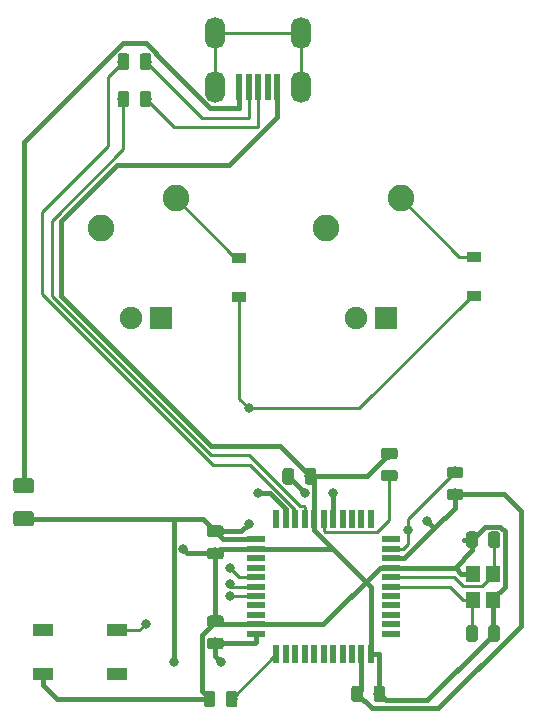
<source format=gbr>
G04 #@! TF.GenerationSoftware,KiCad,Pcbnew,(5.1.4)-1*
G04 #@! TF.CreationDate,2023-01-16T00:03:53+01:00*
G04 #@! TF.ProjectId,2ButtonKeyboardPCB,32427574-746f-46e4-9b65-79626f617264,rev?*
G04 #@! TF.SameCoordinates,Original*
G04 #@! TF.FileFunction,Copper,L2,Bot*
G04 #@! TF.FilePolarity,Positive*
%FSLAX46Y46*%
G04 Gerber Fmt 4.6, Leading zero omitted, Abs format (unit mm)*
G04 Created by KiCad (PCBNEW (5.1.4)-1) date 2023-01-16 00:03:53*
%MOMM*%
%LPD*%
G04 APERTURE LIST*
%ADD10R,1.200000X0.900000*%
%ADD11R,1.905000X1.905000*%
%ADD12C,1.905000*%
%ADD13C,2.250000*%
%ADD14R,1.200000X1.400000*%
%ADD15O,1.700000X2.700000*%
%ADD16R,0.500000X2.250000*%
%ADD17R,1.500000X0.550000*%
%ADD18R,0.550000X1.500000*%
%ADD19R,1.800000X1.100000*%
%ADD20C,0.100000*%
%ADD21C,0.975000*%
%ADD22C,1.250000*%
%ADD23C,0.800000*%
%ADD24C,0.381000*%
%ADD25C,0.254000*%
G04 APERTURE END LIST*
D10*
X169068750Y-68993750D03*
X169068750Y-72293750D03*
X188912500Y-68931250D03*
X188912500Y-72231250D03*
D11*
X181451250Y-74136250D03*
D12*
X178911250Y-74136250D03*
D13*
X176371250Y-66516250D03*
X182721250Y-63976250D03*
D11*
X162401250Y-74136250D03*
D12*
X159861250Y-74136250D03*
D13*
X157321250Y-66516250D03*
X163671250Y-63976250D03*
D14*
X190556250Y-97937500D03*
X190556250Y-95737500D03*
X188856250Y-95737500D03*
X188856250Y-97937500D03*
D15*
X167006250Y-50006250D03*
X174306250Y-50006250D03*
X174306250Y-54506250D03*
X167006250Y-54506250D03*
D16*
X169056250Y-54506250D03*
X169856250Y-54506250D03*
X170656250Y-54506250D03*
X171456250Y-54506250D03*
X172256250Y-54506250D03*
D17*
X170512500Y-92837500D03*
X170512500Y-93637500D03*
X170512500Y-94437500D03*
X170512500Y-95237500D03*
X170512500Y-96037500D03*
X170512500Y-96837500D03*
X170512500Y-97637500D03*
X170512500Y-98437500D03*
X170512500Y-99237500D03*
X170512500Y-100037500D03*
X170512500Y-100837500D03*
D18*
X172212500Y-102537500D03*
X173012500Y-102537500D03*
X173812500Y-102537500D03*
X174612500Y-102537500D03*
X175412500Y-102537500D03*
X176212500Y-102537500D03*
X177012500Y-102537500D03*
X177812500Y-102537500D03*
X178612500Y-102537500D03*
X179412500Y-102537500D03*
X180212500Y-102537500D03*
D17*
X181912500Y-100837500D03*
X181912500Y-100037500D03*
X181912500Y-99237500D03*
X181912500Y-98437500D03*
X181912500Y-97637500D03*
X181912500Y-96837500D03*
X181912500Y-96037500D03*
X181912500Y-95237500D03*
X181912500Y-94437500D03*
X181912500Y-93637500D03*
X181912500Y-92837500D03*
D18*
X180212500Y-91137500D03*
X179412500Y-91137500D03*
X178612500Y-91137500D03*
X177812500Y-91137500D03*
X177012500Y-91137500D03*
X176212500Y-91137500D03*
X175412500Y-91137500D03*
X174612500Y-91137500D03*
X173812500Y-91137500D03*
X173012500Y-91137500D03*
X172212500Y-91137500D03*
D19*
X158675000Y-104243750D03*
X152475000Y-100543750D03*
X158675000Y-100543750D03*
X152475000Y-104243750D03*
D20*
G36*
X168686392Y-105663674D02*
G01*
X168710053Y-105667184D01*
X168733257Y-105672996D01*
X168755779Y-105681054D01*
X168777403Y-105691282D01*
X168797920Y-105703579D01*
X168817133Y-105717829D01*
X168834857Y-105733893D01*
X168850921Y-105751617D01*
X168865171Y-105770830D01*
X168877468Y-105791347D01*
X168887696Y-105812971D01*
X168895754Y-105835493D01*
X168901566Y-105858697D01*
X168905076Y-105882358D01*
X168906250Y-105906250D01*
X168906250Y-106818750D01*
X168905076Y-106842642D01*
X168901566Y-106866303D01*
X168895754Y-106889507D01*
X168887696Y-106912029D01*
X168877468Y-106933653D01*
X168865171Y-106954170D01*
X168850921Y-106973383D01*
X168834857Y-106991107D01*
X168817133Y-107007171D01*
X168797920Y-107021421D01*
X168777403Y-107033718D01*
X168755779Y-107043946D01*
X168733257Y-107052004D01*
X168710053Y-107057816D01*
X168686392Y-107061326D01*
X168662500Y-107062500D01*
X168175000Y-107062500D01*
X168151108Y-107061326D01*
X168127447Y-107057816D01*
X168104243Y-107052004D01*
X168081721Y-107043946D01*
X168060097Y-107033718D01*
X168039580Y-107021421D01*
X168020367Y-107007171D01*
X168002643Y-106991107D01*
X167986579Y-106973383D01*
X167972329Y-106954170D01*
X167960032Y-106933653D01*
X167949804Y-106912029D01*
X167941746Y-106889507D01*
X167935934Y-106866303D01*
X167932424Y-106842642D01*
X167931250Y-106818750D01*
X167931250Y-105906250D01*
X167932424Y-105882358D01*
X167935934Y-105858697D01*
X167941746Y-105835493D01*
X167949804Y-105812971D01*
X167960032Y-105791347D01*
X167972329Y-105770830D01*
X167986579Y-105751617D01*
X168002643Y-105733893D01*
X168020367Y-105717829D01*
X168039580Y-105703579D01*
X168060097Y-105691282D01*
X168081721Y-105681054D01*
X168104243Y-105672996D01*
X168127447Y-105667184D01*
X168151108Y-105663674D01*
X168175000Y-105662500D01*
X168662500Y-105662500D01*
X168686392Y-105663674D01*
X168686392Y-105663674D01*
G37*
D21*
X168418750Y-106362500D03*
D20*
G36*
X166811392Y-105663674D02*
G01*
X166835053Y-105667184D01*
X166858257Y-105672996D01*
X166880779Y-105681054D01*
X166902403Y-105691282D01*
X166922920Y-105703579D01*
X166942133Y-105717829D01*
X166959857Y-105733893D01*
X166975921Y-105751617D01*
X166990171Y-105770830D01*
X167002468Y-105791347D01*
X167012696Y-105812971D01*
X167020754Y-105835493D01*
X167026566Y-105858697D01*
X167030076Y-105882358D01*
X167031250Y-105906250D01*
X167031250Y-106818750D01*
X167030076Y-106842642D01*
X167026566Y-106866303D01*
X167020754Y-106889507D01*
X167012696Y-106912029D01*
X167002468Y-106933653D01*
X166990171Y-106954170D01*
X166975921Y-106973383D01*
X166959857Y-106991107D01*
X166942133Y-107007171D01*
X166922920Y-107021421D01*
X166902403Y-107033718D01*
X166880779Y-107043946D01*
X166858257Y-107052004D01*
X166835053Y-107057816D01*
X166811392Y-107061326D01*
X166787500Y-107062500D01*
X166300000Y-107062500D01*
X166276108Y-107061326D01*
X166252447Y-107057816D01*
X166229243Y-107052004D01*
X166206721Y-107043946D01*
X166185097Y-107033718D01*
X166164580Y-107021421D01*
X166145367Y-107007171D01*
X166127643Y-106991107D01*
X166111579Y-106973383D01*
X166097329Y-106954170D01*
X166085032Y-106933653D01*
X166074804Y-106912029D01*
X166066746Y-106889507D01*
X166060934Y-106866303D01*
X166057424Y-106842642D01*
X166056250Y-106818750D01*
X166056250Y-105906250D01*
X166057424Y-105882358D01*
X166060934Y-105858697D01*
X166066746Y-105835493D01*
X166074804Y-105812971D01*
X166085032Y-105791347D01*
X166097329Y-105770830D01*
X166111579Y-105751617D01*
X166127643Y-105733893D01*
X166145367Y-105717829D01*
X166164580Y-105703579D01*
X166185097Y-105691282D01*
X166206721Y-105681054D01*
X166229243Y-105672996D01*
X166252447Y-105667184D01*
X166276108Y-105663674D01*
X166300000Y-105662500D01*
X166787500Y-105662500D01*
X166811392Y-105663674D01*
X166811392Y-105663674D01*
G37*
D21*
X166543750Y-106362500D03*
D20*
G36*
X187805142Y-86682424D02*
G01*
X187828803Y-86685934D01*
X187852007Y-86691746D01*
X187874529Y-86699804D01*
X187896153Y-86710032D01*
X187916670Y-86722329D01*
X187935883Y-86736579D01*
X187953607Y-86752643D01*
X187969671Y-86770367D01*
X187983921Y-86789580D01*
X187996218Y-86810097D01*
X188006446Y-86831721D01*
X188014504Y-86854243D01*
X188020316Y-86877447D01*
X188023826Y-86901108D01*
X188025000Y-86925000D01*
X188025000Y-87412500D01*
X188023826Y-87436392D01*
X188020316Y-87460053D01*
X188014504Y-87483257D01*
X188006446Y-87505779D01*
X187996218Y-87527403D01*
X187983921Y-87547920D01*
X187969671Y-87567133D01*
X187953607Y-87584857D01*
X187935883Y-87600921D01*
X187916670Y-87615171D01*
X187896153Y-87627468D01*
X187874529Y-87637696D01*
X187852007Y-87645754D01*
X187828803Y-87651566D01*
X187805142Y-87655076D01*
X187781250Y-87656250D01*
X186868750Y-87656250D01*
X186844858Y-87655076D01*
X186821197Y-87651566D01*
X186797993Y-87645754D01*
X186775471Y-87637696D01*
X186753847Y-87627468D01*
X186733330Y-87615171D01*
X186714117Y-87600921D01*
X186696393Y-87584857D01*
X186680329Y-87567133D01*
X186666079Y-87547920D01*
X186653782Y-87527403D01*
X186643554Y-87505779D01*
X186635496Y-87483257D01*
X186629684Y-87460053D01*
X186626174Y-87436392D01*
X186625000Y-87412500D01*
X186625000Y-86925000D01*
X186626174Y-86901108D01*
X186629684Y-86877447D01*
X186635496Y-86854243D01*
X186643554Y-86831721D01*
X186653782Y-86810097D01*
X186666079Y-86789580D01*
X186680329Y-86770367D01*
X186696393Y-86752643D01*
X186714117Y-86736579D01*
X186733330Y-86722329D01*
X186753847Y-86710032D01*
X186775471Y-86699804D01*
X186797993Y-86691746D01*
X186821197Y-86685934D01*
X186844858Y-86682424D01*
X186868750Y-86681250D01*
X187781250Y-86681250D01*
X187805142Y-86682424D01*
X187805142Y-86682424D01*
G37*
D21*
X187325000Y-87168750D03*
D20*
G36*
X187805142Y-88557424D02*
G01*
X187828803Y-88560934D01*
X187852007Y-88566746D01*
X187874529Y-88574804D01*
X187896153Y-88585032D01*
X187916670Y-88597329D01*
X187935883Y-88611579D01*
X187953607Y-88627643D01*
X187969671Y-88645367D01*
X187983921Y-88664580D01*
X187996218Y-88685097D01*
X188006446Y-88706721D01*
X188014504Y-88729243D01*
X188020316Y-88752447D01*
X188023826Y-88776108D01*
X188025000Y-88800000D01*
X188025000Y-89287500D01*
X188023826Y-89311392D01*
X188020316Y-89335053D01*
X188014504Y-89358257D01*
X188006446Y-89380779D01*
X187996218Y-89402403D01*
X187983921Y-89422920D01*
X187969671Y-89442133D01*
X187953607Y-89459857D01*
X187935883Y-89475921D01*
X187916670Y-89490171D01*
X187896153Y-89502468D01*
X187874529Y-89512696D01*
X187852007Y-89520754D01*
X187828803Y-89526566D01*
X187805142Y-89530076D01*
X187781250Y-89531250D01*
X186868750Y-89531250D01*
X186844858Y-89530076D01*
X186821197Y-89526566D01*
X186797993Y-89520754D01*
X186775471Y-89512696D01*
X186753847Y-89502468D01*
X186733330Y-89490171D01*
X186714117Y-89475921D01*
X186696393Y-89459857D01*
X186680329Y-89442133D01*
X186666079Y-89422920D01*
X186653782Y-89402403D01*
X186643554Y-89380779D01*
X186635496Y-89358257D01*
X186629684Y-89335053D01*
X186626174Y-89311392D01*
X186625000Y-89287500D01*
X186625000Y-88800000D01*
X186626174Y-88776108D01*
X186629684Y-88752447D01*
X186635496Y-88729243D01*
X186643554Y-88706721D01*
X186653782Y-88685097D01*
X186666079Y-88664580D01*
X186680329Y-88645367D01*
X186696393Y-88627643D01*
X186714117Y-88611579D01*
X186733330Y-88597329D01*
X186753847Y-88585032D01*
X186775471Y-88574804D01*
X186797993Y-88566746D01*
X186821197Y-88560934D01*
X186844858Y-88557424D01*
X186868750Y-88556250D01*
X187781250Y-88556250D01*
X187805142Y-88557424D01*
X187805142Y-88557424D01*
G37*
D21*
X187325000Y-89043750D03*
D20*
G36*
X161398892Y-54863674D02*
G01*
X161422553Y-54867184D01*
X161445757Y-54872996D01*
X161468279Y-54881054D01*
X161489903Y-54891282D01*
X161510420Y-54903579D01*
X161529633Y-54917829D01*
X161547357Y-54933893D01*
X161563421Y-54951617D01*
X161577671Y-54970830D01*
X161589968Y-54991347D01*
X161600196Y-55012971D01*
X161608254Y-55035493D01*
X161614066Y-55058697D01*
X161617576Y-55082358D01*
X161618750Y-55106250D01*
X161618750Y-56018750D01*
X161617576Y-56042642D01*
X161614066Y-56066303D01*
X161608254Y-56089507D01*
X161600196Y-56112029D01*
X161589968Y-56133653D01*
X161577671Y-56154170D01*
X161563421Y-56173383D01*
X161547357Y-56191107D01*
X161529633Y-56207171D01*
X161510420Y-56221421D01*
X161489903Y-56233718D01*
X161468279Y-56243946D01*
X161445757Y-56252004D01*
X161422553Y-56257816D01*
X161398892Y-56261326D01*
X161375000Y-56262500D01*
X160887500Y-56262500D01*
X160863608Y-56261326D01*
X160839947Y-56257816D01*
X160816743Y-56252004D01*
X160794221Y-56243946D01*
X160772597Y-56233718D01*
X160752080Y-56221421D01*
X160732867Y-56207171D01*
X160715143Y-56191107D01*
X160699079Y-56173383D01*
X160684829Y-56154170D01*
X160672532Y-56133653D01*
X160662304Y-56112029D01*
X160654246Y-56089507D01*
X160648434Y-56066303D01*
X160644924Y-56042642D01*
X160643750Y-56018750D01*
X160643750Y-55106250D01*
X160644924Y-55082358D01*
X160648434Y-55058697D01*
X160654246Y-55035493D01*
X160662304Y-55012971D01*
X160672532Y-54991347D01*
X160684829Y-54970830D01*
X160699079Y-54951617D01*
X160715143Y-54933893D01*
X160732867Y-54917829D01*
X160752080Y-54903579D01*
X160772597Y-54891282D01*
X160794221Y-54881054D01*
X160816743Y-54872996D01*
X160839947Y-54867184D01*
X160863608Y-54863674D01*
X160887500Y-54862500D01*
X161375000Y-54862500D01*
X161398892Y-54863674D01*
X161398892Y-54863674D01*
G37*
D21*
X161131250Y-55562500D03*
D20*
G36*
X159523892Y-54863674D02*
G01*
X159547553Y-54867184D01*
X159570757Y-54872996D01*
X159593279Y-54881054D01*
X159614903Y-54891282D01*
X159635420Y-54903579D01*
X159654633Y-54917829D01*
X159672357Y-54933893D01*
X159688421Y-54951617D01*
X159702671Y-54970830D01*
X159714968Y-54991347D01*
X159725196Y-55012971D01*
X159733254Y-55035493D01*
X159739066Y-55058697D01*
X159742576Y-55082358D01*
X159743750Y-55106250D01*
X159743750Y-56018750D01*
X159742576Y-56042642D01*
X159739066Y-56066303D01*
X159733254Y-56089507D01*
X159725196Y-56112029D01*
X159714968Y-56133653D01*
X159702671Y-56154170D01*
X159688421Y-56173383D01*
X159672357Y-56191107D01*
X159654633Y-56207171D01*
X159635420Y-56221421D01*
X159614903Y-56233718D01*
X159593279Y-56243946D01*
X159570757Y-56252004D01*
X159547553Y-56257816D01*
X159523892Y-56261326D01*
X159500000Y-56262500D01*
X159012500Y-56262500D01*
X158988608Y-56261326D01*
X158964947Y-56257816D01*
X158941743Y-56252004D01*
X158919221Y-56243946D01*
X158897597Y-56233718D01*
X158877080Y-56221421D01*
X158857867Y-56207171D01*
X158840143Y-56191107D01*
X158824079Y-56173383D01*
X158809829Y-56154170D01*
X158797532Y-56133653D01*
X158787304Y-56112029D01*
X158779246Y-56089507D01*
X158773434Y-56066303D01*
X158769924Y-56042642D01*
X158768750Y-56018750D01*
X158768750Y-55106250D01*
X158769924Y-55082358D01*
X158773434Y-55058697D01*
X158779246Y-55035493D01*
X158787304Y-55012971D01*
X158797532Y-54991347D01*
X158809829Y-54970830D01*
X158824079Y-54951617D01*
X158840143Y-54933893D01*
X158857867Y-54917829D01*
X158877080Y-54903579D01*
X158897597Y-54891282D01*
X158919221Y-54881054D01*
X158941743Y-54872996D01*
X158964947Y-54867184D01*
X158988608Y-54863674D01*
X159012500Y-54862500D01*
X159500000Y-54862500D01*
X159523892Y-54863674D01*
X159523892Y-54863674D01*
G37*
D21*
X159256250Y-55562500D03*
D20*
G36*
X161398892Y-51688674D02*
G01*
X161422553Y-51692184D01*
X161445757Y-51697996D01*
X161468279Y-51706054D01*
X161489903Y-51716282D01*
X161510420Y-51728579D01*
X161529633Y-51742829D01*
X161547357Y-51758893D01*
X161563421Y-51776617D01*
X161577671Y-51795830D01*
X161589968Y-51816347D01*
X161600196Y-51837971D01*
X161608254Y-51860493D01*
X161614066Y-51883697D01*
X161617576Y-51907358D01*
X161618750Y-51931250D01*
X161618750Y-52843750D01*
X161617576Y-52867642D01*
X161614066Y-52891303D01*
X161608254Y-52914507D01*
X161600196Y-52937029D01*
X161589968Y-52958653D01*
X161577671Y-52979170D01*
X161563421Y-52998383D01*
X161547357Y-53016107D01*
X161529633Y-53032171D01*
X161510420Y-53046421D01*
X161489903Y-53058718D01*
X161468279Y-53068946D01*
X161445757Y-53077004D01*
X161422553Y-53082816D01*
X161398892Y-53086326D01*
X161375000Y-53087500D01*
X160887500Y-53087500D01*
X160863608Y-53086326D01*
X160839947Y-53082816D01*
X160816743Y-53077004D01*
X160794221Y-53068946D01*
X160772597Y-53058718D01*
X160752080Y-53046421D01*
X160732867Y-53032171D01*
X160715143Y-53016107D01*
X160699079Y-52998383D01*
X160684829Y-52979170D01*
X160672532Y-52958653D01*
X160662304Y-52937029D01*
X160654246Y-52914507D01*
X160648434Y-52891303D01*
X160644924Y-52867642D01*
X160643750Y-52843750D01*
X160643750Y-51931250D01*
X160644924Y-51907358D01*
X160648434Y-51883697D01*
X160654246Y-51860493D01*
X160662304Y-51837971D01*
X160672532Y-51816347D01*
X160684829Y-51795830D01*
X160699079Y-51776617D01*
X160715143Y-51758893D01*
X160732867Y-51742829D01*
X160752080Y-51728579D01*
X160772597Y-51716282D01*
X160794221Y-51706054D01*
X160816743Y-51697996D01*
X160839947Y-51692184D01*
X160863608Y-51688674D01*
X160887500Y-51687500D01*
X161375000Y-51687500D01*
X161398892Y-51688674D01*
X161398892Y-51688674D01*
G37*
D21*
X161131250Y-52387500D03*
D20*
G36*
X159523892Y-51688674D02*
G01*
X159547553Y-51692184D01*
X159570757Y-51697996D01*
X159593279Y-51706054D01*
X159614903Y-51716282D01*
X159635420Y-51728579D01*
X159654633Y-51742829D01*
X159672357Y-51758893D01*
X159688421Y-51776617D01*
X159702671Y-51795830D01*
X159714968Y-51816347D01*
X159725196Y-51837971D01*
X159733254Y-51860493D01*
X159739066Y-51883697D01*
X159742576Y-51907358D01*
X159743750Y-51931250D01*
X159743750Y-52843750D01*
X159742576Y-52867642D01*
X159739066Y-52891303D01*
X159733254Y-52914507D01*
X159725196Y-52937029D01*
X159714968Y-52958653D01*
X159702671Y-52979170D01*
X159688421Y-52998383D01*
X159672357Y-53016107D01*
X159654633Y-53032171D01*
X159635420Y-53046421D01*
X159614903Y-53058718D01*
X159593279Y-53068946D01*
X159570757Y-53077004D01*
X159547553Y-53082816D01*
X159523892Y-53086326D01*
X159500000Y-53087500D01*
X159012500Y-53087500D01*
X158988608Y-53086326D01*
X158964947Y-53082816D01*
X158941743Y-53077004D01*
X158919221Y-53068946D01*
X158897597Y-53058718D01*
X158877080Y-53046421D01*
X158857867Y-53032171D01*
X158840143Y-53016107D01*
X158824079Y-52998383D01*
X158809829Y-52979170D01*
X158797532Y-52958653D01*
X158787304Y-52937029D01*
X158779246Y-52914507D01*
X158773434Y-52891303D01*
X158769924Y-52867642D01*
X158768750Y-52843750D01*
X158768750Y-51931250D01*
X158769924Y-51907358D01*
X158773434Y-51883697D01*
X158779246Y-51860493D01*
X158787304Y-51837971D01*
X158797532Y-51816347D01*
X158809829Y-51795830D01*
X158824079Y-51776617D01*
X158840143Y-51758893D01*
X158857867Y-51742829D01*
X158877080Y-51728579D01*
X158897597Y-51716282D01*
X158919221Y-51706054D01*
X158941743Y-51697996D01*
X158964947Y-51692184D01*
X158988608Y-51688674D01*
X159012500Y-51687500D01*
X159500000Y-51687500D01*
X159523892Y-51688674D01*
X159523892Y-51688674D01*
G37*
D21*
X159256250Y-52387500D03*
D20*
G36*
X151462004Y-87669954D02*
G01*
X151486273Y-87673554D01*
X151510071Y-87679515D01*
X151533171Y-87687780D01*
X151555349Y-87698270D01*
X151576393Y-87710883D01*
X151596098Y-87725497D01*
X151614277Y-87741973D01*
X151630753Y-87760152D01*
X151645367Y-87779857D01*
X151657980Y-87800901D01*
X151668470Y-87823079D01*
X151676735Y-87846179D01*
X151682696Y-87869977D01*
X151686296Y-87894246D01*
X151687500Y-87918750D01*
X151687500Y-88668750D01*
X151686296Y-88693254D01*
X151682696Y-88717523D01*
X151676735Y-88741321D01*
X151668470Y-88764421D01*
X151657980Y-88786599D01*
X151645367Y-88807643D01*
X151630753Y-88827348D01*
X151614277Y-88845527D01*
X151596098Y-88862003D01*
X151576393Y-88876617D01*
X151555349Y-88889230D01*
X151533171Y-88899720D01*
X151510071Y-88907985D01*
X151486273Y-88913946D01*
X151462004Y-88917546D01*
X151437500Y-88918750D01*
X150187500Y-88918750D01*
X150162996Y-88917546D01*
X150138727Y-88913946D01*
X150114929Y-88907985D01*
X150091829Y-88899720D01*
X150069651Y-88889230D01*
X150048607Y-88876617D01*
X150028902Y-88862003D01*
X150010723Y-88845527D01*
X149994247Y-88827348D01*
X149979633Y-88807643D01*
X149967020Y-88786599D01*
X149956530Y-88764421D01*
X149948265Y-88741321D01*
X149942304Y-88717523D01*
X149938704Y-88693254D01*
X149937500Y-88668750D01*
X149937500Y-87918750D01*
X149938704Y-87894246D01*
X149942304Y-87869977D01*
X149948265Y-87846179D01*
X149956530Y-87823079D01*
X149967020Y-87800901D01*
X149979633Y-87779857D01*
X149994247Y-87760152D01*
X150010723Y-87741973D01*
X150028902Y-87725497D01*
X150048607Y-87710883D01*
X150069651Y-87698270D01*
X150091829Y-87687780D01*
X150114929Y-87679515D01*
X150138727Y-87673554D01*
X150162996Y-87669954D01*
X150187500Y-87668750D01*
X151437500Y-87668750D01*
X151462004Y-87669954D01*
X151462004Y-87669954D01*
G37*
D22*
X150812500Y-88293750D03*
D20*
G36*
X151462004Y-90469954D02*
G01*
X151486273Y-90473554D01*
X151510071Y-90479515D01*
X151533171Y-90487780D01*
X151555349Y-90498270D01*
X151576393Y-90510883D01*
X151596098Y-90525497D01*
X151614277Y-90541973D01*
X151630753Y-90560152D01*
X151645367Y-90579857D01*
X151657980Y-90600901D01*
X151668470Y-90623079D01*
X151676735Y-90646179D01*
X151682696Y-90669977D01*
X151686296Y-90694246D01*
X151687500Y-90718750D01*
X151687500Y-91468750D01*
X151686296Y-91493254D01*
X151682696Y-91517523D01*
X151676735Y-91541321D01*
X151668470Y-91564421D01*
X151657980Y-91586599D01*
X151645367Y-91607643D01*
X151630753Y-91627348D01*
X151614277Y-91645527D01*
X151596098Y-91662003D01*
X151576393Y-91676617D01*
X151555349Y-91689230D01*
X151533171Y-91699720D01*
X151510071Y-91707985D01*
X151486273Y-91713946D01*
X151462004Y-91717546D01*
X151437500Y-91718750D01*
X150187500Y-91718750D01*
X150162996Y-91717546D01*
X150138727Y-91713946D01*
X150114929Y-91707985D01*
X150091829Y-91699720D01*
X150069651Y-91689230D01*
X150048607Y-91676617D01*
X150028902Y-91662003D01*
X150010723Y-91645527D01*
X149994247Y-91627348D01*
X149979633Y-91607643D01*
X149967020Y-91586599D01*
X149956530Y-91564421D01*
X149948265Y-91541321D01*
X149942304Y-91517523D01*
X149938704Y-91493254D01*
X149937500Y-91468750D01*
X149937500Y-90718750D01*
X149938704Y-90694246D01*
X149942304Y-90669977D01*
X149948265Y-90646179D01*
X149956530Y-90623079D01*
X149967020Y-90600901D01*
X149979633Y-90579857D01*
X149994247Y-90560152D01*
X150010723Y-90541973D01*
X150028902Y-90525497D01*
X150048607Y-90510883D01*
X150069651Y-90498270D01*
X150091829Y-90487780D01*
X150114929Y-90479515D01*
X150138727Y-90473554D01*
X150162996Y-90469954D01*
X150187500Y-90468750D01*
X151437500Y-90468750D01*
X151462004Y-90469954D01*
X151462004Y-90469954D01*
G37*
D22*
X150812500Y-91093750D03*
D20*
G36*
X182248892Y-85094924D02*
G01*
X182272553Y-85098434D01*
X182295757Y-85104246D01*
X182318279Y-85112304D01*
X182339903Y-85122532D01*
X182360420Y-85134829D01*
X182379633Y-85149079D01*
X182397357Y-85165143D01*
X182413421Y-85182867D01*
X182427671Y-85202080D01*
X182439968Y-85222597D01*
X182450196Y-85244221D01*
X182458254Y-85266743D01*
X182464066Y-85289947D01*
X182467576Y-85313608D01*
X182468750Y-85337500D01*
X182468750Y-85825000D01*
X182467576Y-85848892D01*
X182464066Y-85872553D01*
X182458254Y-85895757D01*
X182450196Y-85918279D01*
X182439968Y-85939903D01*
X182427671Y-85960420D01*
X182413421Y-85979633D01*
X182397357Y-85997357D01*
X182379633Y-86013421D01*
X182360420Y-86027671D01*
X182339903Y-86039968D01*
X182318279Y-86050196D01*
X182295757Y-86058254D01*
X182272553Y-86064066D01*
X182248892Y-86067576D01*
X182225000Y-86068750D01*
X181312500Y-86068750D01*
X181288608Y-86067576D01*
X181264947Y-86064066D01*
X181241743Y-86058254D01*
X181219221Y-86050196D01*
X181197597Y-86039968D01*
X181177080Y-86027671D01*
X181157867Y-86013421D01*
X181140143Y-85997357D01*
X181124079Y-85979633D01*
X181109829Y-85960420D01*
X181097532Y-85939903D01*
X181087304Y-85918279D01*
X181079246Y-85895757D01*
X181073434Y-85872553D01*
X181069924Y-85848892D01*
X181068750Y-85825000D01*
X181068750Y-85337500D01*
X181069924Y-85313608D01*
X181073434Y-85289947D01*
X181079246Y-85266743D01*
X181087304Y-85244221D01*
X181097532Y-85222597D01*
X181109829Y-85202080D01*
X181124079Y-85182867D01*
X181140143Y-85165143D01*
X181157867Y-85149079D01*
X181177080Y-85134829D01*
X181197597Y-85122532D01*
X181219221Y-85112304D01*
X181241743Y-85104246D01*
X181264947Y-85098434D01*
X181288608Y-85094924D01*
X181312500Y-85093750D01*
X182225000Y-85093750D01*
X182248892Y-85094924D01*
X182248892Y-85094924D01*
G37*
D21*
X181768750Y-85581250D03*
D20*
G36*
X182248892Y-86969924D02*
G01*
X182272553Y-86973434D01*
X182295757Y-86979246D01*
X182318279Y-86987304D01*
X182339903Y-86997532D01*
X182360420Y-87009829D01*
X182379633Y-87024079D01*
X182397357Y-87040143D01*
X182413421Y-87057867D01*
X182427671Y-87077080D01*
X182439968Y-87097597D01*
X182450196Y-87119221D01*
X182458254Y-87141743D01*
X182464066Y-87164947D01*
X182467576Y-87188608D01*
X182468750Y-87212500D01*
X182468750Y-87700000D01*
X182467576Y-87723892D01*
X182464066Y-87747553D01*
X182458254Y-87770757D01*
X182450196Y-87793279D01*
X182439968Y-87814903D01*
X182427671Y-87835420D01*
X182413421Y-87854633D01*
X182397357Y-87872357D01*
X182379633Y-87888421D01*
X182360420Y-87902671D01*
X182339903Y-87914968D01*
X182318279Y-87925196D01*
X182295757Y-87933254D01*
X182272553Y-87939066D01*
X182248892Y-87942576D01*
X182225000Y-87943750D01*
X181312500Y-87943750D01*
X181288608Y-87942576D01*
X181264947Y-87939066D01*
X181241743Y-87933254D01*
X181219221Y-87925196D01*
X181197597Y-87914968D01*
X181177080Y-87902671D01*
X181157867Y-87888421D01*
X181140143Y-87872357D01*
X181124079Y-87854633D01*
X181109829Y-87835420D01*
X181097532Y-87814903D01*
X181087304Y-87793279D01*
X181079246Y-87770757D01*
X181073434Y-87747553D01*
X181069924Y-87723892D01*
X181068750Y-87700000D01*
X181068750Y-87212500D01*
X181069924Y-87188608D01*
X181073434Y-87164947D01*
X181079246Y-87141743D01*
X181087304Y-87119221D01*
X181097532Y-87097597D01*
X181109829Y-87077080D01*
X181124079Y-87057867D01*
X181140143Y-87040143D01*
X181157867Y-87024079D01*
X181177080Y-87009829D01*
X181197597Y-86997532D01*
X181219221Y-86987304D01*
X181241743Y-86979246D01*
X181264947Y-86973434D01*
X181288608Y-86969924D01*
X181312500Y-86968750D01*
X182225000Y-86968750D01*
X182248892Y-86969924D01*
X182248892Y-86969924D01*
G37*
D21*
X181768750Y-87456250D03*
D20*
G36*
X167516892Y-93542174D02*
G01*
X167540553Y-93545684D01*
X167563757Y-93551496D01*
X167586279Y-93559554D01*
X167607903Y-93569782D01*
X167628420Y-93582079D01*
X167647633Y-93596329D01*
X167665357Y-93612393D01*
X167681421Y-93630117D01*
X167695671Y-93649330D01*
X167707968Y-93669847D01*
X167718196Y-93691471D01*
X167726254Y-93713993D01*
X167732066Y-93737197D01*
X167735576Y-93760858D01*
X167736750Y-93784750D01*
X167736750Y-94272250D01*
X167735576Y-94296142D01*
X167732066Y-94319803D01*
X167726254Y-94343007D01*
X167718196Y-94365529D01*
X167707968Y-94387153D01*
X167695671Y-94407670D01*
X167681421Y-94426883D01*
X167665357Y-94444607D01*
X167647633Y-94460671D01*
X167628420Y-94474921D01*
X167607903Y-94487218D01*
X167586279Y-94497446D01*
X167563757Y-94505504D01*
X167540553Y-94511316D01*
X167516892Y-94514826D01*
X167493000Y-94516000D01*
X166580500Y-94516000D01*
X166556608Y-94514826D01*
X166532947Y-94511316D01*
X166509743Y-94505504D01*
X166487221Y-94497446D01*
X166465597Y-94487218D01*
X166445080Y-94474921D01*
X166425867Y-94460671D01*
X166408143Y-94444607D01*
X166392079Y-94426883D01*
X166377829Y-94407670D01*
X166365532Y-94387153D01*
X166355304Y-94365529D01*
X166347246Y-94343007D01*
X166341434Y-94319803D01*
X166337924Y-94296142D01*
X166336750Y-94272250D01*
X166336750Y-93784750D01*
X166337924Y-93760858D01*
X166341434Y-93737197D01*
X166347246Y-93713993D01*
X166355304Y-93691471D01*
X166365532Y-93669847D01*
X166377829Y-93649330D01*
X166392079Y-93630117D01*
X166408143Y-93612393D01*
X166425867Y-93596329D01*
X166445080Y-93582079D01*
X166465597Y-93569782D01*
X166487221Y-93559554D01*
X166509743Y-93551496D01*
X166532947Y-93545684D01*
X166556608Y-93542174D01*
X166580500Y-93541000D01*
X167493000Y-93541000D01*
X167516892Y-93542174D01*
X167516892Y-93542174D01*
G37*
D21*
X167036750Y-94028500D03*
D20*
G36*
X167516892Y-91667174D02*
G01*
X167540553Y-91670684D01*
X167563757Y-91676496D01*
X167586279Y-91684554D01*
X167607903Y-91694782D01*
X167628420Y-91707079D01*
X167647633Y-91721329D01*
X167665357Y-91737393D01*
X167681421Y-91755117D01*
X167695671Y-91774330D01*
X167707968Y-91794847D01*
X167718196Y-91816471D01*
X167726254Y-91838993D01*
X167732066Y-91862197D01*
X167735576Y-91885858D01*
X167736750Y-91909750D01*
X167736750Y-92397250D01*
X167735576Y-92421142D01*
X167732066Y-92444803D01*
X167726254Y-92468007D01*
X167718196Y-92490529D01*
X167707968Y-92512153D01*
X167695671Y-92532670D01*
X167681421Y-92551883D01*
X167665357Y-92569607D01*
X167647633Y-92585671D01*
X167628420Y-92599921D01*
X167607903Y-92612218D01*
X167586279Y-92622446D01*
X167563757Y-92630504D01*
X167540553Y-92636316D01*
X167516892Y-92639826D01*
X167493000Y-92641000D01*
X166580500Y-92641000D01*
X166556608Y-92639826D01*
X166532947Y-92636316D01*
X166509743Y-92630504D01*
X166487221Y-92622446D01*
X166465597Y-92612218D01*
X166445080Y-92599921D01*
X166425867Y-92585671D01*
X166408143Y-92569607D01*
X166392079Y-92551883D01*
X166377829Y-92532670D01*
X166365532Y-92512153D01*
X166355304Y-92490529D01*
X166347246Y-92468007D01*
X166341434Y-92444803D01*
X166337924Y-92421142D01*
X166336750Y-92397250D01*
X166336750Y-91909750D01*
X166337924Y-91885858D01*
X166341434Y-91862197D01*
X166347246Y-91838993D01*
X166355304Y-91816471D01*
X166365532Y-91794847D01*
X166377829Y-91774330D01*
X166392079Y-91755117D01*
X166408143Y-91737393D01*
X166425867Y-91721329D01*
X166445080Y-91707079D01*
X166465597Y-91694782D01*
X166487221Y-91684554D01*
X166509743Y-91676496D01*
X166532947Y-91670684D01*
X166556608Y-91667174D01*
X166580500Y-91666000D01*
X167493000Y-91666000D01*
X167516892Y-91667174D01*
X167516892Y-91667174D01*
G37*
D21*
X167036750Y-92153500D03*
D20*
G36*
X167516892Y-99287174D02*
G01*
X167540553Y-99290684D01*
X167563757Y-99296496D01*
X167586279Y-99304554D01*
X167607903Y-99314782D01*
X167628420Y-99327079D01*
X167647633Y-99341329D01*
X167665357Y-99357393D01*
X167681421Y-99375117D01*
X167695671Y-99394330D01*
X167707968Y-99414847D01*
X167718196Y-99436471D01*
X167726254Y-99458993D01*
X167732066Y-99482197D01*
X167735576Y-99505858D01*
X167736750Y-99529750D01*
X167736750Y-100017250D01*
X167735576Y-100041142D01*
X167732066Y-100064803D01*
X167726254Y-100088007D01*
X167718196Y-100110529D01*
X167707968Y-100132153D01*
X167695671Y-100152670D01*
X167681421Y-100171883D01*
X167665357Y-100189607D01*
X167647633Y-100205671D01*
X167628420Y-100219921D01*
X167607903Y-100232218D01*
X167586279Y-100242446D01*
X167563757Y-100250504D01*
X167540553Y-100256316D01*
X167516892Y-100259826D01*
X167493000Y-100261000D01*
X166580500Y-100261000D01*
X166556608Y-100259826D01*
X166532947Y-100256316D01*
X166509743Y-100250504D01*
X166487221Y-100242446D01*
X166465597Y-100232218D01*
X166445080Y-100219921D01*
X166425867Y-100205671D01*
X166408143Y-100189607D01*
X166392079Y-100171883D01*
X166377829Y-100152670D01*
X166365532Y-100132153D01*
X166355304Y-100110529D01*
X166347246Y-100088007D01*
X166341434Y-100064803D01*
X166337924Y-100041142D01*
X166336750Y-100017250D01*
X166336750Y-99529750D01*
X166337924Y-99505858D01*
X166341434Y-99482197D01*
X166347246Y-99458993D01*
X166355304Y-99436471D01*
X166365532Y-99414847D01*
X166377829Y-99394330D01*
X166392079Y-99375117D01*
X166408143Y-99357393D01*
X166425867Y-99341329D01*
X166445080Y-99327079D01*
X166465597Y-99314782D01*
X166487221Y-99304554D01*
X166509743Y-99296496D01*
X166532947Y-99290684D01*
X166556608Y-99287174D01*
X166580500Y-99286000D01*
X167493000Y-99286000D01*
X167516892Y-99287174D01*
X167516892Y-99287174D01*
G37*
D21*
X167036750Y-99773500D03*
D20*
G36*
X167516892Y-101162174D02*
G01*
X167540553Y-101165684D01*
X167563757Y-101171496D01*
X167586279Y-101179554D01*
X167607903Y-101189782D01*
X167628420Y-101202079D01*
X167647633Y-101216329D01*
X167665357Y-101232393D01*
X167681421Y-101250117D01*
X167695671Y-101269330D01*
X167707968Y-101289847D01*
X167718196Y-101311471D01*
X167726254Y-101333993D01*
X167732066Y-101357197D01*
X167735576Y-101380858D01*
X167736750Y-101404750D01*
X167736750Y-101892250D01*
X167735576Y-101916142D01*
X167732066Y-101939803D01*
X167726254Y-101963007D01*
X167718196Y-101985529D01*
X167707968Y-102007153D01*
X167695671Y-102027670D01*
X167681421Y-102046883D01*
X167665357Y-102064607D01*
X167647633Y-102080671D01*
X167628420Y-102094921D01*
X167607903Y-102107218D01*
X167586279Y-102117446D01*
X167563757Y-102125504D01*
X167540553Y-102131316D01*
X167516892Y-102134826D01*
X167493000Y-102136000D01*
X166580500Y-102136000D01*
X166556608Y-102134826D01*
X166532947Y-102131316D01*
X166509743Y-102125504D01*
X166487221Y-102117446D01*
X166465597Y-102107218D01*
X166445080Y-102094921D01*
X166425867Y-102080671D01*
X166408143Y-102064607D01*
X166392079Y-102046883D01*
X166377829Y-102027670D01*
X166365532Y-102007153D01*
X166355304Y-101985529D01*
X166347246Y-101963007D01*
X166341434Y-101939803D01*
X166337924Y-101916142D01*
X166336750Y-101892250D01*
X166336750Y-101404750D01*
X166337924Y-101380858D01*
X166341434Y-101357197D01*
X166347246Y-101333993D01*
X166355304Y-101311471D01*
X166365532Y-101289847D01*
X166377829Y-101269330D01*
X166392079Y-101250117D01*
X166408143Y-101232393D01*
X166425867Y-101216329D01*
X166445080Y-101202079D01*
X166465597Y-101189782D01*
X166487221Y-101179554D01*
X166509743Y-101171496D01*
X166532947Y-101165684D01*
X166556608Y-101162174D01*
X166580500Y-101161000D01*
X167493000Y-101161000D01*
X167516892Y-101162174D01*
X167516892Y-101162174D01*
G37*
D21*
X167036750Y-101648500D03*
D20*
G36*
X189036392Y-92169924D02*
G01*
X189060053Y-92173434D01*
X189083257Y-92179246D01*
X189105779Y-92187304D01*
X189127403Y-92197532D01*
X189147920Y-92209829D01*
X189167133Y-92224079D01*
X189184857Y-92240143D01*
X189200921Y-92257867D01*
X189215171Y-92277080D01*
X189227468Y-92297597D01*
X189237696Y-92319221D01*
X189245754Y-92341743D01*
X189251566Y-92364947D01*
X189255076Y-92388608D01*
X189256250Y-92412500D01*
X189256250Y-93325000D01*
X189255076Y-93348892D01*
X189251566Y-93372553D01*
X189245754Y-93395757D01*
X189237696Y-93418279D01*
X189227468Y-93439903D01*
X189215171Y-93460420D01*
X189200921Y-93479633D01*
X189184857Y-93497357D01*
X189167133Y-93513421D01*
X189147920Y-93527671D01*
X189127403Y-93539968D01*
X189105779Y-93550196D01*
X189083257Y-93558254D01*
X189060053Y-93564066D01*
X189036392Y-93567576D01*
X189012500Y-93568750D01*
X188525000Y-93568750D01*
X188501108Y-93567576D01*
X188477447Y-93564066D01*
X188454243Y-93558254D01*
X188431721Y-93550196D01*
X188410097Y-93539968D01*
X188389580Y-93527671D01*
X188370367Y-93513421D01*
X188352643Y-93497357D01*
X188336579Y-93479633D01*
X188322329Y-93460420D01*
X188310032Y-93439903D01*
X188299804Y-93418279D01*
X188291746Y-93395757D01*
X188285934Y-93372553D01*
X188282424Y-93348892D01*
X188281250Y-93325000D01*
X188281250Y-92412500D01*
X188282424Y-92388608D01*
X188285934Y-92364947D01*
X188291746Y-92341743D01*
X188299804Y-92319221D01*
X188310032Y-92297597D01*
X188322329Y-92277080D01*
X188336579Y-92257867D01*
X188352643Y-92240143D01*
X188370367Y-92224079D01*
X188389580Y-92209829D01*
X188410097Y-92197532D01*
X188431721Y-92187304D01*
X188454243Y-92179246D01*
X188477447Y-92173434D01*
X188501108Y-92169924D01*
X188525000Y-92168750D01*
X189012500Y-92168750D01*
X189036392Y-92169924D01*
X189036392Y-92169924D01*
G37*
D21*
X188768750Y-92868750D03*
D20*
G36*
X190911392Y-92169924D02*
G01*
X190935053Y-92173434D01*
X190958257Y-92179246D01*
X190980779Y-92187304D01*
X191002403Y-92197532D01*
X191022920Y-92209829D01*
X191042133Y-92224079D01*
X191059857Y-92240143D01*
X191075921Y-92257867D01*
X191090171Y-92277080D01*
X191102468Y-92297597D01*
X191112696Y-92319221D01*
X191120754Y-92341743D01*
X191126566Y-92364947D01*
X191130076Y-92388608D01*
X191131250Y-92412500D01*
X191131250Y-93325000D01*
X191130076Y-93348892D01*
X191126566Y-93372553D01*
X191120754Y-93395757D01*
X191112696Y-93418279D01*
X191102468Y-93439903D01*
X191090171Y-93460420D01*
X191075921Y-93479633D01*
X191059857Y-93497357D01*
X191042133Y-93513421D01*
X191022920Y-93527671D01*
X191002403Y-93539968D01*
X190980779Y-93550196D01*
X190958257Y-93558254D01*
X190935053Y-93564066D01*
X190911392Y-93567576D01*
X190887500Y-93568750D01*
X190400000Y-93568750D01*
X190376108Y-93567576D01*
X190352447Y-93564066D01*
X190329243Y-93558254D01*
X190306721Y-93550196D01*
X190285097Y-93539968D01*
X190264580Y-93527671D01*
X190245367Y-93513421D01*
X190227643Y-93497357D01*
X190211579Y-93479633D01*
X190197329Y-93460420D01*
X190185032Y-93439903D01*
X190174804Y-93418279D01*
X190166746Y-93395757D01*
X190160934Y-93372553D01*
X190157424Y-93348892D01*
X190156250Y-93325000D01*
X190156250Y-92412500D01*
X190157424Y-92388608D01*
X190160934Y-92364947D01*
X190166746Y-92341743D01*
X190174804Y-92319221D01*
X190185032Y-92297597D01*
X190197329Y-92277080D01*
X190211579Y-92257867D01*
X190227643Y-92240143D01*
X190245367Y-92224079D01*
X190264580Y-92209829D01*
X190285097Y-92197532D01*
X190306721Y-92187304D01*
X190329243Y-92179246D01*
X190352447Y-92173434D01*
X190376108Y-92169924D01*
X190400000Y-92168750D01*
X190887500Y-92168750D01*
X190911392Y-92169924D01*
X190911392Y-92169924D01*
G37*
D21*
X190643750Y-92868750D03*
D20*
G36*
X190911392Y-100107424D02*
G01*
X190935053Y-100110934D01*
X190958257Y-100116746D01*
X190980779Y-100124804D01*
X191002403Y-100135032D01*
X191022920Y-100147329D01*
X191042133Y-100161579D01*
X191059857Y-100177643D01*
X191075921Y-100195367D01*
X191090171Y-100214580D01*
X191102468Y-100235097D01*
X191112696Y-100256721D01*
X191120754Y-100279243D01*
X191126566Y-100302447D01*
X191130076Y-100326108D01*
X191131250Y-100350000D01*
X191131250Y-101262500D01*
X191130076Y-101286392D01*
X191126566Y-101310053D01*
X191120754Y-101333257D01*
X191112696Y-101355779D01*
X191102468Y-101377403D01*
X191090171Y-101397920D01*
X191075921Y-101417133D01*
X191059857Y-101434857D01*
X191042133Y-101450921D01*
X191022920Y-101465171D01*
X191002403Y-101477468D01*
X190980779Y-101487696D01*
X190958257Y-101495754D01*
X190935053Y-101501566D01*
X190911392Y-101505076D01*
X190887500Y-101506250D01*
X190400000Y-101506250D01*
X190376108Y-101505076D01*
X190352447Y-101501566D01*
X190329243Y-101495754D01*
X190306721Y-101487696D01*
X190285097Y-101477468D01*
X190264580Y-101465171D01*
X190245367Y-101450921D01*
X190227643Y-101434857D01*
X190211579Y-101417133D01*
X190197329Y-101397920D01*
X190185032Y-101377403D01*
X190174804Y-101355779D01*
X190166746Y-101333257D01*
X190160934Y-101310053D01*
X190157424Y-101286392D01*
X190156250Y-101262500D01*
X190156250Y-100350000D01*
X190157424Y-100326108D01*
X190160934Y-100302447D01*
X190166746Y-100279243D01*
X190174804Y-100256721D01*
X190185032Y-100235097D01*
X190197329Y-100214580D01*
X190211579Y-100195367D01*
X190227643Y-100177643D01*
X190245367Y-100161579D01*
X190264580Y-100147329D01*
X190285097Y-100135032D01*
X190306721Y-100124804D01*
X190329243Y-100116746D01*
X190352447Y-100110934D01*
X190376108Y-100107424D01*
X190400000Y-100106250D01*
X190887500Y-100106250D01*
X190911392Y-100107424D01*
X190911392Y-100107424D01*
G37*
D21*
X190643750Y-100806250D03*
D20*
G36*
X189036392Y-100107424D02*
G01*
X189060053Y-100110934D01*
X189083257Y-100116746D01*
X189105779Y-100124804D01*
X189127403Y-100135032D01*
X189147920Y-100147329D01*
X189167133Y-100161579D01*
X189184857Y-100177643D01*
X189200921Y-100195367D01*
X189215171Y-100214580D01*
X189227468Y-100235097D01*
X189237696Y-100256721D01*
X189245754Y-100279243D01*
X189251566Y-100302447D01*
X189255076Y-100326108D01*
X189256250Y-100350000D01*
X189256250Y-101262500D01*
X189255076Y-101286392D01*
X189251566Y-101310053D01*
X189245754Y-101333257D01*
X189237696Y-101355779D01*
X189227468Y-101377403D01*
X189215171Y-101397920D01*
X189200921Y-101417133D01*
X189184857Y-101434857D01*
X189167133Y-101450921D01*
X189147920Y-101465171D01*
X189127403Y-101477468D01*
X189105779Y-101487696D01*
X189083257Y-101495754D01*
X189060053Y-101501566D01*
X189036392Y-101505076D01*
X189012500Y-101506250D01*
X188525000Y-101506250D01*
X188501108Y-101505076D01*
X188477447Y-101501566D01*
X188454243Y-101495754D01*
X188431721Y-101487696D01*
X188410097Y-101477468D01*
X188389580Y-101465171D01*
X188370367Y-101450921D01*
X188352643Y-101434857D01*
X188336579Y-101417133D01*
X188322329Y-101397920D01*
X188310032Y-101377403D01*
X188299804Y-101355779D01*
X188291746Y-101333257D01*
X188285934Y-101310053D01*
X188282424Y-101286392D01*
X188281250Y-101262500D01*
X188281250Y-100350000D01*
X188282424Y-100326108D01*
X188285934Y-100302447D01*
X188291746Y-100279243D01*
X188299804Y-100256721D01*
X188310032Y-100235097D01*
X188322329Y-100214580D01*
X188336579Y-100195367D01*
X188352643Y-100177643D01*
X188370367Y-100161579D01*
X188389580Y-100147329D01*
X188410097Y-100135032D01*
X188431721Y-100124804D01*
X188454243Y-100116746D01*
X188477447Y-100110934D01*
X188501108Y-100107424D01*
X188525000Y-100106250D01*
X189012500Y-100106250D01*
X189036392Y-100107424D01*
X189036392Y-100107424D01*
G37*
D21*
X188768750Y-100806250D03*
D20*
G36*
X175353892Y-86804174D02*
G01*
X175377553Y-86807684D01*
X175400757Y-86813496D01*
X175423279Y-86821554D01*
X175444903Y-86831782D01*
X175465420Y-86844079D01*
X175484633Y-86858329D01*
X175502357Y-86874393D01*
X175518421Y-86892117D01*
X175532671Y-86911330D01*
X175544968Y-86931847D01*
X175555196Y-86953471D01*
X175563254Y-86975993D01*
X175569066Y-86999197D01*
X175572576Y-87022858D01*
X175573750Y-87046750D01*
X175573750Y-87959250D01*
X175572576Y-87983142D01*
X175569066Y-88006803D01*
X175563254Y-88030007D01*
X175555196Y-88052529D01*
X175544968Y-88074153D01*
X175532671Y-88094670D01*
X175518421Y-88113883D01*
X175502357Y-88131607D01*
X175484633Y-88147671D01*
X175465420Y-88161921D01*
X175444903Y-88174218D01*
X175423279Y-88184446D01*
X175400757Y-88192504D01*
X175377553Y-88198316D01*
X175353892Y-88201826D01*
X175330000Y-88203000D01*
X174842500Y-88203000D01*
X174818608Y-88201826D01*
X174794947Y-88198316D01*
X174771743Y-88192504D01*
X174749221Y-88184446D01*
X174727597Y-88174218D01*
X174707080Y-88161921D01*
X174687867Y-88147671D01*
X174670143Y-88131607D01*
X174654079Y-88113883D01*
X174639829Y-88094670D01*
X174627532Y-88074153D01*
X174617304Y-88052529D01*
X174609246Y-88030007D01*
X174603434Y-88006803D01*
X174599924Y-87983142D01*
X174598750Y-87959250D01*
X174598750Y-87046750D01*
X174599924Y-87022858D01*
X174603434Y-86999197D01*
X174609246Y-86975993D01*
X174617304Y-86953471D01*
X174627532Y-86931847D01*
X174639829Y-86911330D01*
X174654079Y-86892117D01*
X174670143Y-86874393D01*
X174687867Y-86858329D01*
X174707080Y-86844079D01*
X174727597Y-86831782D01*
X174749221Y-86821554D01*
X174771743Y-86813496D01*
X174794947Y-86807684D01*
X174818608Y-86804174D01*
X174842500Y-86803000D01*
X175330000Y-86803000D01*
X175353892Y-86804174D01*
X175353892Y-86804174D01*
G37*
D21*
X175086250Y-87503000D03*
D20*
G36*
X173478892Y-86804174D02*
G01*
X173502553Y-86807684D01*
X173525757Y-86813496D01*
X173548279Y-86821554D01*
X173569903Y-86831782D01*
X173590420Y-86844079D01*
X173609633Y-86858329D01*
X173627357Y-86874393D01*
X173643421Y-86892117D01*
X173657671Y-86911330D01*
X173669968Y-86931847D01*
X173680196Y-86953471D01*
X173688254Y-86975993D01*
X173694066Y-86999197D01*
X173697576Y-87022858D01*
X173698750Y-87046750D01*
X173698750Y-87959250D01*
X173697576Y-87983142D01*
X173694066Y-88006803D01*
X173688254Y-88030007D01*
X173680196Y-88052529D01*
X173669968Y-88074153D01*
X173657671Y-88094670D01*
X173643421Y-88113883D01*
X173627357Y-88131607D01*
X173609633Y-88147671D01*
X173590420Y-88161921D01*
X173569903Y-88174218D01*
X173548279Y-88184446D01*
X173525757Y-88192504D01*
X173502553Y-88198316D01*
X173478892Y-88201826D01*
X173455000Y-88203000D01*
X172967500Y-88203000D01*
X172943608Y-88201826D01*
X172919947Y-88198316D01*
X172896743Y-88192504D01*
X172874221Y-88184446D01*
X172852597Y-88174218D01*
X172832080Y-88161921D01*
X172812867Y-88147671D01*
X172795143Y-88131607D01*
X172779079Y-88113883D01*
X172764829Y-88094670D01*
X172752532Y-88074153D01*
X172742304Y-88052529D01*
X172734246Y-88030007D01*
X172728434Y-88006803D01*
X172724924Y-87983142D01*
X172723750Y-87959250D01*
X172723750Y-87046750D01*
X172724924Y-87022858D01*
X172728434Y-86999197D01*
X172734246Y-86975993D01*
X172742304Y-86953471D01*
X172752532Y-86931847D01*
X172764829Y-86911330D01*
X172779079Y-86892117D01*
X172795143Y-86874393D01*
X172812867Y-86858329D01*
X172832080Y-86844079D01*
X172852597Y-86831782D01*
X172874221Y-86821554D01*
X172896743Y-86813496D01*
X172919947Y-86807684D01*
X172943608Y-86804174D01*
X172967500Y-86803000D01*
X173455000Y-86803000D01*
X173478892Y-86804174D01*
X173478892Y-86804174D01*
G37*
D21*
X173211250Y-87503000D03*
D20*
G36*
X181195892Y-105219174D02*
G01*
X181219553Y-105222684D01*
X181242757Y-105228496D01*
X181265279Y-105236554D01*
X181286903Y-105246782D01*
X181307420Y-105259079D01*
X181326633Y-105273329D01*
X181344357Y-105289393D01*
X181360421Y-105307117D01*
X181374671Y-105326330D01*
X181386968Y-105346847D01*
X181397196Y-105368471D01*
X181405254Y-105390993D01*
X181411066Y-105414197D01*
X181414576Y-105437858D01*
X181415750Y-105461750D01*
X181415750Y-106374250D01*
X181414576Y-106398142D01*
X181411066Y-106421803D01*
X181405254Y-106445007D01*
X181397196Y-106467529D01*
X181386968Y-106489153D01*
X181374671Y-106509670D01*
X181360421Y-106528883D01*
X181344357Y-106546607D01*
X181326633Y-106562671D01*
X181307420Y-106576921D01*
X181286903Y-106589218D01*
X181265279Y-106599446D01*
X181242757Y-106607504D01*
X181219553Y-106613316D01*
X181195892Y-106616826D01*
X181172000Y-106618000D01*
X180684500Y-106618000D01*
X180660608Y-106616826D01*
X180636947Y-106613316D01*
X180613743Y-106607504D01*
X180591221Y-106599446D01*
X180569597Y-106589218D01*
X180549080Y-106576921D01*
X180529867Y-106562671D01*
X180512143Y-106546607D01*
X180496079Y-106528883D01*
X180481829Y-106509670D01*
X180469532Y-106489153D01*
X180459304Y-106467529D01*
X180451246Y-106445007D01*
X180445434Y-106421803D01*
X180441924Y-106398142D01*
X180440750Y-106374250D01*
X180440750Y-105461750D01*
X180441924Y-105437858D01*
X180445434Y-105414197D01*
X180451246Y-105390993D01*
X180459304Y-105368471D01*
X180469532Y-105346847D01*
X180481829Y-105326330D01*
X180496079Y-105307117D01*
X180512143Y-105289393D01*
X180529867Y-105273329D01*
X180549080Y-105259079D01*
X180569597Y-105246782D01*
X180591221Y-105236554D01*
X180613743Y-105228496D01*
X180636947Y-105222684D01*
X180660608Y-105219174D01*
X180684500Y-105218000D01*
X181172000Y-105218000D01*
X181195892Y-105219174D01*
X181195892Y-105219174D01*
G37*
D21*
X180928250Y-105918000D03*
D20*
G36*
X179320892Y-105219174D02*
G01*
X179344553Y-105222684D01*
X179367757Y-105228496D01*
X179390279Y-105236554D01*
X179411903Y-105246782D01*
X179432420Y-105259079D01*
X179451633Y-105273329D01*
X179469357Y-105289393D01*
X179485421Y-105307117D01*
X179499671Y-105326330D01*
X179511968Y-105346847D01*
X179522196Y-105368471D01*
X179530254Y-105390993D01*
X179536066Y-105414197D01*
X179539576Y-105437858D01*
X179540750Y-105461750D01*
X179540750Y-106374250D01*
X179539576Y-106398142D01*
X179536066Y-106421803D01*
X179530254Y-106445007D01*
X179522196Y-106467529D01*
X179511968Y-106489153D01*
X179499671Y-106509670D01*
X179485421Y-106528883D01*
X179469357Y-106546607D01*
X179451633Y-106562671D01*
X179432420Y-106576921D01*
X179411903Y-106589218D01*
X179390279Y-106599446D01*
X179367757Y-106607504D01*
X179344553Y-106613316D01*
X179320892Y-106616826D01*
X179297000Y-106618000D01*
X178809500Y-106618000D01*
X178785608Y-106616826D01*
X178761947Y-106613316D01*
X178738743Y-106607504D01*
X178716221Y-106599446D01*
X178694597Y-106589218D01*
X178674080Y-106576921D01*
X178654867Y-106562671D01*
X178637143Y-106546607D01*
X178621079Y-106528883D01*
X178606829Y-106509670D01*
X178594532Y-106489153D01*
X178584304Y-106467529D01*
X178576246Y-106445007D01*
X178570434Y-106421803D01*
X178566924Y-106398142D01*
X178565750Y-106374250D01*
X178565750Y-105461750D01*
X178566924Y-105437858D01*
X178570434Y-105414197D01*
X178576246Y-105390993D01*
X178584304Y-105368471D01*
X178594532Y-105346847D01*
X178606829Y-105326330D01*
X178621079Y-105307117D01*
X178637143Y-105289393D01*
X178654867Y-105273329D01*
X178674080Y-105259079D01*
X178694597Y-105246782D01*
X178716221Y-105236554D01*
X178738743Y-105228496D01*
X178761947Y-105222684D01*
X178785608Y-105219174D01*
X178809500Y-105218000D01*
X179297000Y-105218000D01*
X179320892Y-105219174D01*
X179320892Y-105219174D01*
G37*
D21*
X179053250Y-105918000D03*
D23*
X164306250Y-93662500D03*
X174622000Y-88900000D03*
X177006250Y-88900000D03*
X169862500Y-91531500D03*
X184943750Y-91281250D03*
X170656250Y-88900000D03*
X170656250Y-88900000D03*
X167481250Y-103187500D03*
X163512500Y-103187500D03*
X169862500Y-81756250D03*
X168275000Y-96631247D03*
X168275000Y-97631250D03*
X168275000Y-95250000D03*
X161131250Y-100012500D03*
X183356250Y-92075000D03*
D24*
X167427750Y-93637500D02*
X167036750Y-94028500D01*
X170512500Y-93637500D02*
X167427750Y-93637500D01*
X167036750Y-94028500D02*
X167036750Y-99773500D01*
X167300750Y-100037500D02*
X170512500Y-100037500D01*
X167036750Y-99773500D02*
X167300750Y-100037500D01*
X153662750Y-106362500D02*
X165956250Y-106362500D01*
X152475000Y-105174750D02*
X153662750Y-106362500D01*
X165956250Y-106362500D02*
X166543750Y-106362500D01*
X152475000Y-104243750D02*
X152475000Y-105174750D01*
X166480513Y-100329737D02*
X167036750Y-99773500D01*
X165893750Y-100916500D02*
X166480513Y-100329737D01*
X165893750Y-105712500D02*
X165893750Y-100916500D01*
X166543750Y-106362500D02*
X165893750Y-105712500D01*
X175412500Y-87829250D02*
X175412500Y-91137500D01*
X175086250Y-87503000D02*
X175412500Y-87829250D01*
X187875250Y-95737500D02*
X187375250Y-95237500D01*
X183043500Y-95237500D02*
X181912500Y-95237500D01*
X188768750Y-93781250D02*
X187312500Y-95237500D01*
X188768750Y-92868750D02*
X188768750Y-93781250D01*
X187375250Y-95237500D02*
X187312500Y-95237500D01*
X187312500Y-95237500D02*
X183043500Y-95237500D01*
X190556250Y-100718750D02*
X190643750Y-100806250D01*
X190556250Y-97937500D02*
X190556250Y-100718750D01*
X180868500Y-102537500D02*
X180212500Y-102537500D01*
X180928250Y-102597250D02*
X180868500Y-102537500D01*
X180928250Y-105918000D02*
X180928250Y-102597250D01*
X179847000Y-87503000D02*
X181768750Y-85581250D01*
X190862500Y-97631250D02*
X190556250Y-97937500D01*
X167036750Y-94028500D02*
X164672250Y-94028500D01*
X164672250Y-94028500D02*
X164306250Y-93662500D01*
X177196750Y-87503000D02*
X177609500Y-87503000D01*
X175086250Y-87503000D02*
X177609500Y-87503000D01*
X177609500Y-87503000D02*
X179847000Y-87503000D01*
X188768750Y-92868750D02*
X188118750Y-92868750D01*
X172256250Y-57075619D02*
X168213119Y-61118750D01*
X172256250Y-54506250D02*
X172256250Y-57075619D01*
X168213119Y-61118750D02*
X158750000Y-61118750D01*
X158750000Y-61118750D02*
X153987500Y-65881250D01*
X153987500Y-65881250D02*
X153987500Y-72231250D01*
X153987500Y-72231250D02*
X166687500Y-84931250D01*
X172514500Y-84931250D02*
X175086250Y-87503000D01*
X166687500Y-84931250D02*
X172514500Y-84931250D01*
X188856250Y-95737500D02*
X187875250Y-95737500D01*
X189324987Y-92312513D02*
X188768750Y-92868750D01*
X189859260Y-91778240D02*
X189324987Y-92312513D01*
X191150220Y-91778240D02*
X189859260Y-91778240D01*
X191546751Y-92174771D02*
X191150220Y-91778240D01*
X191546751Y-96846999D02*
X191546751Y-92174771D01*
X190556250Y-97837500D02*
X191546751Y-96846999D01*
X190556250Y-97937500D02*
X190556250Y-97837500D01*
X190087513Y-101362487D02*
X190643750Y-100806250D01*
X184975763Y-106474237D02*
X190087513Y-101362487D01*
X181484487Y-106474237D02*
X184975763Y-106474237D01*
X180928250Y-105918000D02*
X181484487Y-106474237D01*
X180984598Y-95237500D02*
X181912500Y-95237500D01*
X176184598Y-100037500D02*
X180984598Y-95237500D01*
X170512500Y-100037500D02*
X176184598Y-100037500D01*
X175412500Y-92073369D02*
X175412500Y-91137500D01*
X180212500Y-102537500D02*
X180212500Y-96873369D01*
X176976630Y-93637500D02*
X177003940Y-93664810D01*
X170512500Y-93637500D02*
X176976630Y-93637500D01*
X180212500Y-96873369D02*
X177003940Y-93664810D01*
X177003940Y-93664810D02*
X175412500Y-92073369D01*
X165977000Y-91093750D02*
X167036750Y-92153500D01*
X167720750Y-92837500D02*
X167036750Y-92153500D01*
X170512500Y-92837500D02*
X167720750Y-92837500D01*
X170357500Y-101648500D02*
X170512500Y-101493500D01*
X170512500Y-101493500D02*
X170512500Y-100837500D01*
X167036750Y-101648500D02*
X170357500Y-101648500D01*
X179412500Y-105558750D02*
X179412500Y-102537500D01*
X179053250Y-105918000D02*
X179412500Y-105558750D01*
X183043500Y-94437500D02*
X181912500Y-94437500D01*
X185571750Y-91909250D02*
X183043500Y-94437500D01*
X187325000Y-89043750D02*
X187325000Y-90156000D01*
X187325000Y-90156000D02*
X185571750Y-91909250D01*
X173225000Y-87503000D02*
X174622000Y-88900000D01*
X173211250Y-87503000D02*
X173225000Y-87503000D01*
X177006250Y-88900000D02*
X177006250Y-91131250D01*
X177006250Y-91131250D02*
X177012500Y-91137500D01*
X184943750Y-91281250D02*
X185571750Y-91909250D01*
X173012500Y-91137500D02*
X173012500Y-90248935D01*
X171663565Y-88900000D02*
X170656250Y-88900000D01*
X173012500Y-90248935D02*
X171663565Y-88900000D01*
X169240500Y-92153500D02*
X169862500Y-91531500D01*
X167036750Y-92153500D02*
X169240500Y-92153500D01*
X188125000Y-89043750D02*
X187325000Y-89043750D01*
X180291500Y-107156250D02*
X185890730Y-107156250D01*
X179053250Y-105918000D02*
X180291500Y-107156250D01*
X192878001Y-100168979D02*
X192878001Y-90484251D01*
X192878001Y-90484251D02*
X191437500Y-89043750D01*
X185890730Y-107156250D02*
X192878001Y-100168979D01*
X191437500Y-89043750D02*
X188125000Y-89043750D01*
X167036750Y-101648500D02*
X167036750Y-102743000D01*
X167036750Y-102743000D02*
X167481250Y-103187500D01*
X163512500Y-91281250D02*
X163700000Y-91093750D01*
X163512500Y-103187500D02*
X163512500Y-91281250D01*
X150812500Y-91093750D02*
X163700000Y-91093750D01*
X163700000Y-91093750D02*
X165977000Y-91093750D01*
D25*
X186902250Y-96837500D02*
X182916500Y-96837500D01*
X182916500Y-96837500D02*
X181912500Y-96837500D01*
X188002250Y-97937500D02*
X186902250Y-96837500D01*
X188856250Y-97937500D02*
X188002250Y-97937500D01*
X188768750Y-98025000D02*
X188856250Y-97937500D01*
X188768750Y-100806250D02*
X188768750Y-98025000D01*
X190643750Y-95650000D02*
X190556250Y-95737500D01*
X190643750Y-92868750D02*
X190643750Y-95650000D01*
X182916500Y-96037500D02*
X181912500Y-96037500D01*
X187994649Y-96764501D02*
X187267648Y-96037500D01*
X187267648Y-96037500D02*
X182916500Y-96037500D01*
X189629249Y-96764501D02*
X187994649Y-96764501D01*
X190556250Y-95837500D02*
X189629249Y-96764501D01*
X190556250Y-95737500D02*
X190556250Y-95837500D01*
X176212500Y-92141500D02*
X176212500Y-91137500D01*
X176285501Y-92214501D02*
X176212500Y-92141500D01*
X180749101Y-92214501D02*
X176285501Y-92214501D01*
X181768750Y-91194852D02*
X180749101Y-92214501D01*
X181768750Y-87456250D02*
X181768750Y-91194852D01*
X168481253Y-96837500D02*
X170512500Y-96837500D01*
X168275000Y-96631247D02*
X168481253Y-96837500D01*
X169068750Y-80962500D02*
X169862500Y-81756250D01*
X169068750Y-72293750D02*
X169068750Y-80962500D01*
X170428185Y-81756250D02*
X169862500Y-81756250D01*
X179237500Y-81756250D02*
X170428185Y-81756250D01*
X188762500Y-72231250D02*
X179237500Y-81756250D01*
X188912500Y-72231250D02*
X188762500Y-72231250D01*
D24*
X169056250Y-54506250D02*
X169056250Y-56343750D01*
X169056250Y-56343750D02*
X169043750Y-56356250D01*
X162009260Y-51668530D02*
X161140730Y-50800000D01*
X162009260Y-51763606D02*
X162009260Y-51668530D01*
X169043750Y-56356250D02*
X166601904Y-56356250D01*
X166601904Y-56356250D02*
X162009260Y-51763606D01*
X150812500Y-59234270D02*
X150812500Y-87568750D01*
X150812500Y-87568750D02*
X150812500Y-88293750D01*
X159246770Y-50800000D02*
X150812500Y-59234270D01*
X161140730Y-50800000D02*
X159246770Y-50800000D01*
D25*
X170506250Y-97631250D02*
X170512500Y-97637500D01*
X168275000Y-97631250D02*
X170506250Y-97631250D01*
X169062500Y-96037500D02*
X170512500Y-96037500D01*
X168275000Y-95250000D02*
X169062500Y-96037500D01*
X169856250Y-55885250D02*
X169862500Y-55891500D01*
X169856250Y-54506250D02*
X169856250Y-55885250D01*
X169862500Y-55891500D02*
X169862500Y-57150000D01*
X169862500Y-57150000D02*
X165893750Y-57150000D01*
X165893750Y-57150000D02*
X161131250Y-52387500D01*
X157956250Y-53687500D02*
X159256250Y-52387500D01*
X157956250Y-59531250D02*
X157956250Y-53687500D01*
X173812500Y-90317067D02*
X170014183Y-86518750D01*
X152400000Y-72079566D02*
X152400000Y-65087500D01*
X173812500Y-91137500D02*
X173812500Y-90317067D01*
X170014183Y-86518750D02*
X166839184Y-86518750D01*
X166839184Y-86518750D02*
X152400000Y-72079566D01*
X152400000Y-65087500D02*
X157956250Y-59531250D01*
X163512500Y-57943750D02*
X161131250Y-55562500D01*
X170656250Y-54506250D02*
X170656250Y-57943750D01*
X170656250Y-57943750D02*
X163512500Y-57943750D01*
X153193750Y-72231250D02*
X166687500Y-85725000D01*
X159256250Y-55562500D02*
X159256250Y-59818750D01*
X159256250Y-59818750D02*
X153193750Y-65881250D01*
X153193750Y-65881250D02*
X153193750Y-72231250D01*
X166687500Y-85725000D02*
X169862500Y-85725000D01*
X169862500Y-85725000D02*
X174197999Y-90060499D01*
X174612500Y-90133500D02*
X174612500Y-91137500D01*
X174539499Y-90060499D02*
X174612500Y-90133500D01*
X174197999Y-90060499D02*
X174539499Y-90060499D01*
X158675000Y-100543750D02*
X160600000Y-100543750D01*
X160600000Y-100543750D02*
X161131250Y-100012500D01*
X182916500Y-93637500D02*
X181912500Y-93637500D01*
X183356250Y-93197750D02*
X182916500Y-93637500D01*
X183356250Y-92075000D02*
X183356250Y-93197750D01*
X183356250Y-91137500D02*
X183356250Y-92075000D01*
X187325000Y-87168750D02*
X183356250Y-91137500D01*
X172212500Y-102568750D02*
X172212500Y-102537500D01*
X168418750Y-106362500D02*
X172212500Y-102568750D01*
X174306250Y-54506250D02*
X174306250Y-50006250D01*
X167006250Y-50006250D02*
X167006250Y-54506250D01*
X167006250Y-50006250D02*
X174306250Y-50006250D01*
X168688750Y-68993750D02*
X169068750Y-68993750D01*
X163671250Y-63976250D02*
X168688750Y-68993750D01*
X187676250Y-68931250D02*
X188912500Y-68931250D01*
X182721250Y-63976250D02*
X187676250Y-68931250D01*
M02*

</source>
